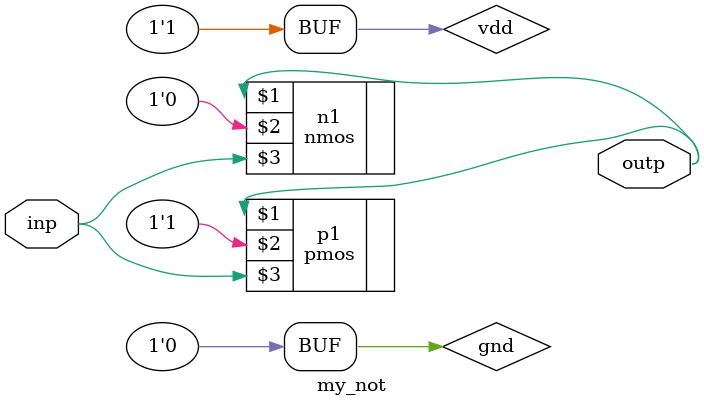
<source format=v>
`timescale 1 ns/ 1 ps
module my_not(inp,outp);
   input inp;
   output outp;
   
   supply1 vdd;
   supply0 gnd;
   pmos p1(outp,vdd,inp);
   nmos n1(outp,gnd,inp);
endmodule
</source>
